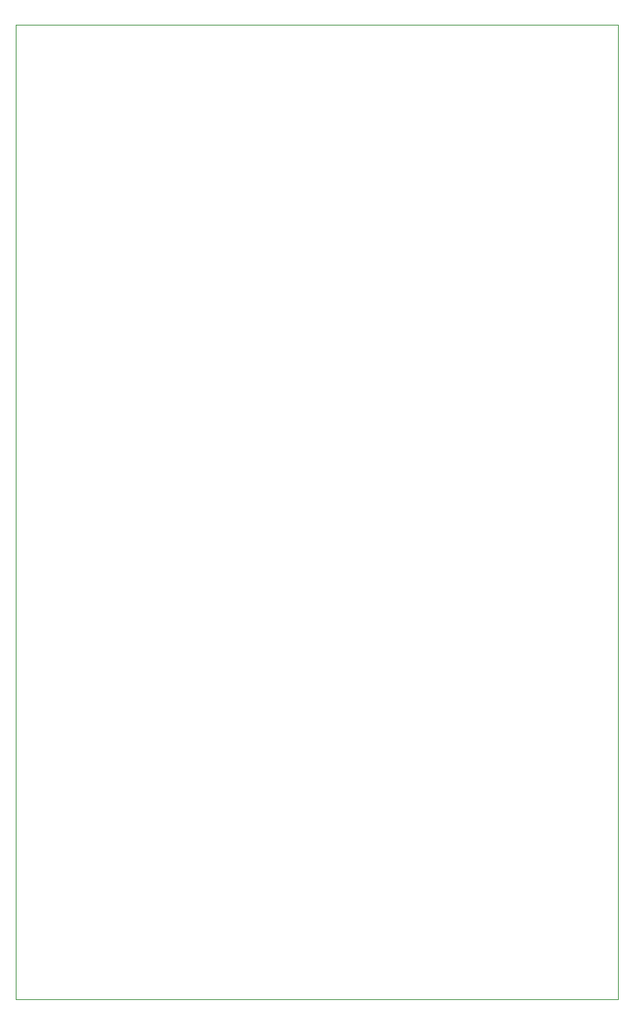
<source format=gm1>
%TF.GenerationSoftware,KiCad,Pcbnew,8.0.0-8.0.0-1~ubuntu22.04.1*%
%TF.CreationDate,2024-03-03T20:01:54-07:00*%
%TF.ProjectId,Multimeter,4d756c74-696d-4657-9465-722e6b696361,rev?*%
%TF.SameCoordinates,Original*%
%TF.FileFunction,Profile,NP*%
%FSLAX46Y46*%
G04 Gerber Fmt 4.6, Leading zero omitted, Abs format (unit mm)*
G04 Created by KiCad (PCBNEW 8.0.0-8.0.0-1~ubuntu22.04.1) date 2024-03-03 20:01:54*
%MOMM*%
%LPD*%
G01*
G04 APERTURE LIST*
%TA.AperFunction,Profile*%
%ADD10C,0.100000*%
%TD*%
G04 APERTURE END LIST*
D10*
X108000000Y-145000000D02*
X176000000Y-145000000D01*
X108000000Y-35000000D02*
X108000000Y-145000000D01*
X176000000Y-35000000D02*
X176000000Y-145000000D01*
X108000000Y-35000000D02*
X176000000Y-35000000D01*
M02*

</source>
